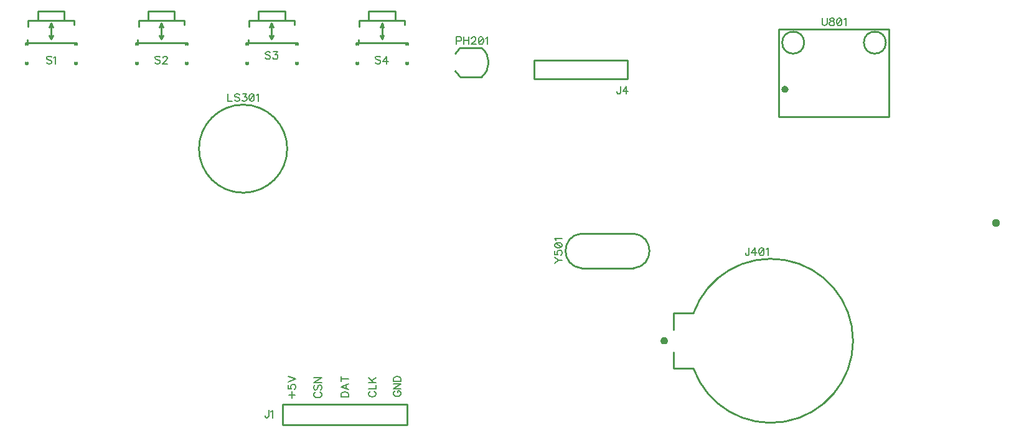
<source format=gbr>
G04 DipTrace 5.1.0.1*
G04 Âåðõíºìàðêóâàííÿ.gbr*
%MOMM*%
G04 #@! TF.FileFunction,Legend,Top*
G04 #@! TF.Part,Single*
%ADD10C,0.254*%
%ADD15C,1.11113*%
%ADD107C,0.15686*%
%FSLAX35Y35*%
G04*
G71*
G90*
G75*
G01*
G04 TopSilk*
%LPD*%
X6151757Y1486670D2*
D10*
Y1206670D1*
X7841757D1*
Y1486670D1*
X6151757D1*
X10838540Y5921245D2*
Y6175252D1*
X9568427D1*
Y5921245D1*
X10838540D1*
G36*
X11289360Y2351455D2*
X11289788Y2357983D1*
X11291064Y2364400D1*
X11293167Y2370595D1*
X11296061Y2376462D1*
X11299695Y2381902D1*
X11304009Y2386821D1*
X11308928Y2391135D1*
X11314367Y2394769D1*
X11320235Y2397663D1*
X11326430Y2399766D1*
X11332847Y2401042D1*
X11339375Y2401470D1*
X11345903Y2401042D1*
X11352320Y2399766D1*
X11358515Y2397663D1*
X11364383Y2394769D1*
X11369822Y2391135D1*
X11374741Y2386821D1*
X11379055Y2381902D1*
X11382689Y2376462D1*
X11385583Y2370595D1*
X11387686Y2364400D1*
X11388962Y2357983D1*
X11389390Y2351455D1*
Y2351318D1*
X11388962Y2344790D1*
X11387686Y2338373D1*
X11385583Y2332178D1*
X11382689Y2326311D1*
X11379055Y2320871D1*
X11374741Y2315952D1*
X11369822Y2311639D1*
X11364382Y2308004D1*
X11358515Y2305110D1*
X11352320Y2303008D1*
X11345903Y2301731D1*
X11339375Y2301303D1*
X11332847Y2301731D1*
X11326430Y2303008D1*
X11320235Y2305110D1*
X11314368Y2308004D1*
X11308928Y2311639D1*
X11304009Y2315952D1*
X11299695Y2320871D1*
X11296061Y2326311D1*
X11293167Y2332178D1*
X11291064Y2338373D1*
X11289788Y2344790D1*
X11289360Y2351318D1*
Y2351455D1*
G37*
X11467950Y2725223D2*
D10*
X11736880D1*
X11467950Y1975317D2*
X11727977D1*
X11467950Y2725223D2*
Y2503203D1*
X11736880Y2725223D2*
G02X11736880Y1975317I1053172J-374953D01*
G01*
X11467950D2*
Y2197337D1*
X5012120Y4968750D2*
G02X5012120Y4968750I600000J0D01*
G01*
X8566213Y6344393D2*
X8856237D1*
X8566213Y5944393D2*
X8856237D1*
G03X8856237Y6344393I-163035J200000D01*
G01*
X8566213D2*
G03X8501233Y6264393I195020J-224795D01*
G01*
Y6024393D2*
G03X8566213Y5944393I260000J144795D01*
G01*
X3349977Y6127500D2*
Y6152527D1*
Y6387473D2*
Y6412500D1*
Y6127500D2*
X3324983D1*
Y6152527D1*
X2689977Y6712513D2*
X3310023D1*
X2650023Y6127500D2*
Y6152527D1*
Y6127500D2*
X2675017D1*
Y6152527D1*
X2650023Y6387473D2*
Y6412500D1*
X3310023Y6712513D2*
Y6660033D1*
X2680033Y6452467D2*
Y6412500D1*
X3310023D2*
X3349977D1*
X2650023D2*
X2689977D1*
Y6630003D2*
Y6712513D1*
X2675017Y6387473D2*
Y6407493D1*
X3324983Y6387473D2*
Y6407493D1*
X2689977Y6412500D2*
X3310023D1*
X2820040Y6842500D2*
X3179960D1*
Y6712513D1*
X2820040Y6837497D2*
Y6712513D1*
X3000000Y6664967D2*
Y6469987D1*
Y6464980D2*
X2975007Y6515030D1*
X3000000Y6464980D2*
X3024993Y6515030D1*
X3000000Y6679980D2*
X2975007Y6624997D1*
X3000000Y6679980D2*
X3024993Y6624997D1*
X4849977Y6127500D2*
Y6152527D1*
Y6387473D2*
Y6412500D1*
Y6127500D2*
X4824983D1*
Y6152527D1*
X4189977Y6712513D2*
X4810023D1*
X4150023Y6127500D2*
Y6152527D1*
Y6127500D2*
X4175017D1*
Y6152527D1*
X4150023Y6387473D2*
Y6412500D1*
X4810023Y6712513D2*
Y6660033D1*
X4180033Y6452467D2*
Y6412500D1*
X4810023D2*
X4849977D1*
X4150023D2*
X4189977D1*
Y6630003D2*
Y6712513D1*
X4175017Y6387473D2*
Y6407493D1*
X4824983Y6387473D2*
Y6407493D1*
X4189977Y6412500D2*
X4810023D1*
X4320040Y6842500D2*
X4679960D1*
Y6712513D1*
X4320040Y6837497D2*
Y6712513D1*
X4500000Y6664967D2*
Y6469987D1*
Y6464980D2*
X4475007Y6515030D1*
X4500000Y6464980D2*
X4524993Y6515030D1*
X4500000Y6679980D2*
X4475007Y6624997D1*
X4500000Y6679980D2*
X4524993Y6624997D1*
X6349977Y6127500D2*
Y6152527D1*
Y6387473D2*
Y6412500D1*
Y6127500D2*
X6324983D1*
Y6152527D1*
X5689977Y6712513D2*
X6310023D1*
X5650023Y6127500D2*
Y6152527D1*
Y6127500D2*
X5675017D1*
Y6152527D1*
X5650023Y6387473D2*
Y6412500D1*
X6310023Y6712513D2*
Y6660033D1*
X5680033Y6452467D2*
Y6412500D1*
X6310023D2*
X6349977D1*
X5650023D2*
X5689977D1*
Y6630003D2*
Y6712513D1*
X5675017Y6387473D2*
Y6407493D1*
X6324983Y6387473D2*
Y6407493D1*
X5689977Y6412500D2*
X6310023D1*
X5820040Y6842500D2*
X6179960D1*
Y6712513D1*
X5820040Y6837497D2*
Y6712513D1*
X6000000Y6664967D2*
Y6469987D1*
Y6464980D2*
X5975007Y6515030D1*
X6000000Y6464980D2*
X6024993Y6515030D1*
X6000000Y6679980D2*
X5975007Y6624997D1*
X6000000Y6679980D2*
X6024993Y6624997D1*
X7849977Y6127500D2*
Y6152527D1*
Y6387473D2*
Y6412500D1*
Y6127500D2*
X7824983D1*
Y6152527D1*
X7189977Y6712513D2*
X7810023D1*
X7150023Y6127500D2*
Y6152527D1*
Y6127500D2*
X7175017D1*
Y6152527D1*
X7150023Y6387473D2*
Y6412500D1*
X7810023Y6712513D2*
Y6660033D1*
X7180033Y6452467D2*
Y6412500D1*
X7810023D2*
X7849977D1*
X7150023D2*
X7189977D1*
Y6630003D2*
Y6712513D1*
X7175017Y6387473D2*
Y6407493D1*
X7824983Y6387473D2*
Y6407493D1*
X7189977Y6412500D2*
X7810023D1*
X7320040Y6842500D2*
X7679960D1*
Y6712513D1*
X7320040Y6837497D2*
Y6712513D1*
X7500000Y6664967D2*
Y6469987D1*
Y6464980D2*
X7475007Y6515030D1*
X7500000Y6464980D2*
X7524993Y6515030D1*
X7500000Y6679980D2*
X7475007Y6624997D1*
X7500000Y6679980D2*
X7524993Y6624997D1*
X14398358Y5401468D2*
Y6601468D1*
X12898358D1*
Y5401468D1*
X14398358D1*
X14054708Y6414988D2*
G02X14054708Y6414988I150000J0D01*
G01*
X12943508D2*
G02X12943508Y6414988I150000J0D01*
G01*
G36*
X13029158Y5779138D2*
X13028752Y5772932D1*
X13027538Y5766831D1*
X13025539Y5760942D1*
X13022788Y5755363D1*
X13019332Y5750192D1*
X13015231Y5745515D1*
X13010555Y5741414D1*
X13005383Y5737959D1*
X12999805Y5735208D1*
X12993915Y5733209D1*
X12987815Y5731995D1*
X12981608Y5731588D1*
X12975402Y5731995D1*
X12969301Y5733209D1*
X12963412Y5735208D1*
X12957833Y5737959D1*
X12952662Y5741414D1*
X12947985Y5745515D1*
X12943884Y5750192D1*
X12940429Y5755363D1*
X12937678Y5760942D1*
X12935679Y5766831D1*
X12934465Y5772932D1*
X12934058Y5779138D1*
Y5779318D1*
X12934465Y5785525D1*
X12935679Y5791625D1*
X12937678Y5797515D1*
X12940429Y5803093D1*
X12943884Y5808265D1*
X12947985Y5812941D1*
X12952662Y5817042D1*
X12957833Y5820498D1*
X12963412Y5823249D1*
X12969301Y5825248D1*
X12975402Y5826462D1*
X12981608Y5826868D1*
X12987815Y5826462D1*
X12993915Y5825248D1*
X12999805Y5823249D1*
X13005383Y5820498D1*
X13010555Y5817042D1*
X13015231Y5812941D1*
X13019332Y5808265D1*
X13022788Y5803093D1*
X13025539Y5797515D1*
X13027538Y5791625D1*
X13028752Y5785525D1*
X13029158Y5779318D1*
Y5779138D1*
G37*
X10923357Y3811717D2*
D10*
X10213863D1*
X10923357Y3339917D2*
X10213863D1*
X10923357D2*
G03X10923357Y3811717I-20868J235900D01*
G01*
X10213863D2*
G03X10213863Y3339917I20868J-235900D01*
G01*
D15*
X15849503Y3960377D3*
X5959062Y1403833D2*
D107*
Y1326116D1*
X5954233Y1311516D1*
X5949292Y1306687D1*
X5939633Y1301746D1*
X5929862D1*
X5920204Y1306687D1*
X5915375Y1311516D1*
X5910433Y1326116D1*
Y1335775D1*
X5990435Y1384292D2*
X6000206Y1389233D1*
X6014806Y1403721D1*
Y1301746D1*
X6232573Y1613979D2*
X6320061D1*
X6276373Y1570291D2*
Y1657779D1*
X6225329Y1747439D2*
Y1698922D1*
X6269017Y1694093D1*
X6264188Y1698922D1*
X6259246Y1713522D1*
Y1728010D1*
X6264188Y1742610D1*
X6273846Y1752381D1*
X6288446Y1757210D1*
X6298105D1*
X6312705Y1752381D1*
X6322476Y1742610D1*
X6327305Y1728010D1*
Y1713522D1*
X6322476Y1698922D1*
X6317534Y1694093D1*
X6307876Y1689151D1*
X6225217Y1788582D2*
X6327305Y1827441D1*
X6225217Y1866299D1*
X6600777Y1649558D2*
X6591118Y1644729D1*
X6581347Y1634958D1*
X6576518Y1625300D1*
Y1605870D1*
X6581347Y1596100D1*
X6591118Y1586441D1*
X6600777Y1581500D1*
X6615377Y1576670D1*
X6639747D1*
X6654235Y1581500D1*
X6664006Y1586441D1*
X6673664Y1596100D1*
X6678606Y1605870D1*
Y1625300D1*
X6673664Y1634958D1*
X6664006Y1644729D1*
X6654235Y1649558D1*
X6591118Y1748989D2*
X6581347Y1739331D1*
X6576518Y1724731D1*
Y1705301D1*
X6581347Y1690701D1*
X6591118Y1680931D1*
X6600777D1*
X6610547Y1685872D1*
X6615377Y1690701D1*
X6620206Y1700360D1*
X6629977Y1729560D1*
X6634806Y1739331D1*
X6639747Y1744160D1*
X6649406Y1748989D1*
X6664006D1*
X6673664Y1739331D1*
X6678606Y1724731D1*
Y1705301D1*
X6673664Y1690701D1*
X6664006Y1680931D1*
X6576518Y1848420D2*
X6678606D1*
X6576518Y1780362D1*
X6678606D1*
X6944114Y1585076D2*
X7046202D1*
Y1619105D1*
X7041260Y1633705D1*
X7031602Y1643476D1*
X7021831Y1648305D1*
X7007343Y1653134D1*
X6982972D1*
X6968372Y1648305D1*
X6958714Y1643476D1*
X6948943Y1633705D1*
X6944114Y1619105D1*
Y1585076D1*
X7046202Y1762336D2*
X6944114Y1723365D1*
X7046202Y1684507D1*
X7012172Y1699107D2*
Y1747736D1*
X6944114Y1827738D2*
X7046202D1*
X6944114Y1793708D2*
Y1861767D1*
X7342016Y1660320D2*
X7332358Y1655491D1*
X7322587Y1645720D1*
X7317758Y1636062D1*
Y1616633D1*
X7322587Y1606862D1*
X7332358Y1597204D1*
X7342016Y1592262D1*
X7356616Y1587433D1*
X7380987D1*
X7395475Y1592262D1*
X7405245Y1597204D1*
X7414904Y1606862D1*
X7419845Y1616633D1*
Y1636062D1*
X7414904Y1645720D1*
X7405245Y1655491D1*
X7395475Y1660320D1*
X7317758Y1691693D2*
X7419845D1*
Y1749981D1*
X7317758Y1781353D2*
X7419845D1*
X7317758Y1849412D2*
X7385816Y1781353D1*
X7361445Y1805612D2*
X7419845Y1849412D1*
X7680277Y1666311D2*
X7670618Y1661482D1*
X7660847Y1651711D1*
X7656018Y1642053D1*
Y1622623D1*
X7660847Y1612853D1*
X7670618Y1603194D1*
X7680277Y1598253D1*
X7694877Y1593423D1*
X7719247D1*
X7733735Y1598253D1*
X7743506Y1603194D1*
X7753164Y1612853D1*
X7758106Y1622623D1*
Y1642053D1*
X7753164Y1651711D1*
X7743506Y1661482D1*
X7733735Y1666311D1*
X7719247D1*
Y1642053D1*
X7656018Y1765742D2*
X7758106D1*
X7656018Y1697684D1*
X7758106D1*
X7656018Y1797115D2*
X7758106D1*
Y1831144D1*
X7753164Y1845744D1*
X7743506Y1855515D1*
X7733735Y1860344D1*
X7719247Y1865173D1*
X7694877D1*
X7680277Y1860344D1*
X7670618Y1855515D1*
X7660847Y1845744D1*
X7656018Y1831144D1*
Y1797115D1*
X10747168Y5816041D2*
Y5738324D1*
X10742339Y5723724D1*
X10737397Y5718895D1*
X10727739Y5713953D1*
X10717968D1*
X10708309Y5718895D1*
X10703480Y5723724D1*
X10698539Y5738324D1*
Y5747982D1*
X10827170Y5713953D2*
Y5815929D1*
X10778540Y5747982D1*
X10851428D1*
X12493267Y3616987D2*
Y3539270D1*
X12488438Y3524670D1*
X12483497Y3519841D1*
X12473838Y3514899D1*
X12464067D1*
X12454409Y3519841D1*
X12449580Y3524670D1*
X12444638Y3539270D1*
Y3548928D1*
X12573269Y3514899D2*
Y3616875D1*
X12524640Y3548928D1*
X12597528D1*
X12658100Y3616875D2*
X12643500Y3612045D1*
X12633729Y3597445D1*
X12628900Y3573187D1*
Y3558587D1*
X12633729Y3534328D1*
X12643500Y3519728D1*
X12658100Y3514899D1*
X12667759D1*
X12682359Y3519728D1*
X12692017Y3534328D1*
X12696959Y3558587D1*
Y3573187D1*
X12692017Y3597445D1*
X12682359Y3612045D1*
X12667759Y3616875D1*
X12658100D1*
X12692017Y3597445D2*
X12633729Y3534328D1*
X12728331Y3597445D2*
X12738102Y3602387D1*
X12752702Y3616875D1*
Y3514899D1*
X5405958Y5717539D2*
Y5615452D1*
X5464246D1*
X5563677Y5702939D2*
X5554018Y5712710D1*
X5539418Y5717539D1*
X5519989D1*
X5505389Y5712710D1*
X5495618Y5702939D1*
Y5693281D1*
X5500560Y5683510D1*
X5505389Y5678681D1*
X5515047Y5673852D1*
X5544247Y5664081D1*
X5554018Y5659252D1*
X5558847Y5654310D1*
X5563677Y5644652D1*
Y5630052D1*
X5554018Y5620393D1*
X5539418Y5615452D1*
X5519989D1*
X5505389Y5620393D1*
X5495618Y5630052D1*
X5604820Y5717427D2*
X5658166D1*
X5629078Y5678569D1*
X5643678D1*
X5653337Y5673739D1*
X5658166Y5668910D1*
X5663108Y5654310D1*
Y5644652D1*
X5658166Y5630052D1*
X5648508Y5620281D1*
X5633908Y5615452D1*
X5619308D1*
X5604820Y5620281D1*
X5599991Y5625222D1*
X5595049Y5634881D1*
X5723680Y5717427D2*
X5709080Y5712598D1*
X5699309Y5697998D1*
X5694480Y5673739D1*
Y5659139D1*
X5699309Y5634881D1*
X5709080Y5620281D1*
X5723680Y5615452D1*
X5733339D1*
X5747939Y5620281D1*
X5757597Y5634881D1*
X5762539Y5659139D1*
Y5673739D1*
X5757597Y5697998D1*
X5747939Y5712598D1*
X5733339Y5717427D1*
X5723680D1*
X5757597Y5697998D2*
X5699309Y5634881D1*
X5793911Y5697998D2*
X5803682Y5702939D1*
X5818282Y5717427D1*
Y5615452D1*
X8515186Y6439724D2*
X8558986D1*
X8573474Y6444553D1*
X8578415Y6449495D1*
X8583244Y6459153D1*
Y6473753D1*
X8578415Y6483412D1*
X8573474Y6488353D1*
X8558986Y6493183D1*
X8515186D1*
Y6391095D1*
X8614617Y6493183D2*
Y6391095D1*
X8682675Y6493183D2*
Y6391095D1*
X8614617Y6444553D2*
X8682675D1*
X8718989Y6468812D2*
Y6473641D1*
X8723819Y6483412D1*
X8728648Y6488241D1*
X8738419Y6493070D1*
X8757848D1*
X8767506Y6488241D1*
X8772336Y6483412D1*
X8777277Y6473641D1*
Y6463983D1*
X8772336Y6454212D1*
X8762677Y6439724D1*
X8714048Y6391095D1*
X8782106D1*
X8842679Y6493070D2*
X8828079Y6488241D1*
X8818308Y6473641D1*
X8813479Y6449383D1*
Y6434783D1*
X8818308Y6410524D1*
X8828079Y6395924D1*
X8842679Y6391095D1*
X8852337D1*
X8866937Y6395924D1*
X8876596Y6410524D1*
X8881537Y6434783D1*
Y6449383D1*
X8876596Y6473641D1*
X8866937Y6488241D1*
X8852337Y6493070D1*
X8842679D1*
X8876596Y6473641D2*
X8818308Y6410524D1*
X8912910Y6473641D2*
X8922681Y6478583D1*
X8937281Y6493070D1*
Y6391095D1*
X3006158Y6214689D2*
X2996499Y6224460D1*
X2981899Y6229289D1*
X2962470D1*
X2947870Y6224460D1*
X2938099Y6214689D1*
Y6205031D1*
X2943041Y6195260D1*
X2947870Y6190431D1*
X2957528Y6185602D1*
X2986728Y6175831D1*
X2996499Y6171002D1*
X3001328Y6166060D1*
X3006158Y6156402D1*
Y6141802D1*
X2996499Y6132143D1*
X2981899Y6127202D1*
X2962470D1*
X2947870Y6132143D1*
X2938099Y6141802D1*
X3037530Y6209748D2*
X3047301Y6214689D1*
X3061901Y6229177D1*
Y6127202D1*
X4484314Y6214689D2*
X4474655Y6224460D1*
X4460055Y6229289D1*
X4440626D1*
X4426026Y6224460D1*
X4416255Y6214689D1*
Y6205031D1*
X4421197Y6195260D1*
X4426026Y6190431D1*
X4435684Y6185602D1*
X4464884Y6175831D1*
X4474655Y6171002D1*
X4479484Y6166060D1*
X4484314Y6156402D1*
Y6141802D1*
X4474655Y6132143D1*
X4460055Y6127202D1*
X4440626D1*
X4426026Y6132143D1*
X4416255Y6141802D1*
X4520628Y6204919D2*
Y6209748D1*
X4525457Y6219519D1*
X4530286Y6224348D1*
X4540057Y6229177D1*
X4559486D1*
X4569145Y6224348D1*
X4573974Y6219519D1*
X4578916Y6209748D1*
Y6200089D1*
X4573974Y6190319D1*
X4564316Y6175831D1*
X4515686Y6127202D1*
X4583745D1*
X5984314Y6278189D2*
X5974655Y6287960D1*
X5960055Y6292789D1*
X5940626D1*
X5926026Y6287960D1*
X5916255Y6278189D1*
Y6268531D1*
X5921197Y6258760D1*
X5926026Y6253931D1*
X5935684Y6249102D1*
X5964884Y6239331D1*
X5974655Y6234502D1*
X5979484Y6229560D1*
X5984314Y6219902D1*
Y6205302D1*
X5974655Y6195643D1*
X5960055Y6190702D1*
X5940626D1*
X5926026Y6195643D1*
X5916255Y6205302D1*
X6025457Y6292677D2*
X6078803D1*
X6049716Y6253819D1*
X6064316D1*
X6073974Y6248989D1*
X6078803Y6244160D1*
X6083745Y6229560D1*
Y6219902D1*
X6078803Y6205302D1*
X6069145Y6195531D1*
X6054545Y6190702D1*
X6039945D1*
X6025457Y6195531D1*
X6020628Y6200472D1*
X6015686Y6210131D1*
X7481899Y6214689D2*
X7472241Y6224460D1*
X7457641Y6229289D1*
X7438211D1*
X7423611Y6224460D1*
X7413841Y6214689D1*
Y6205031D1*
X7418782Y6195260D1*
X7423611Y6190431D1*
X7433270Y6185602D1*
X7462470Y6175831D1*
X7472241Y6171002D1*
X7477070Y6166060D1*
X7481899Y6156402D1*
Y6141802D1*
X7472241Y6132143D1*
X7457641Y6127202D1*
X7438211D1*
X7423611Y6132143D1*
X7413841Y6141802D1*
X7561901Y6127202D2*
Y6229177D1*
X7513272Y6161231D1*
X7586159D1*
X13487083Y6750258D2*
Y6677370D1*
X13491912Y6662770D1*
X13501683Y6653111D1*
X13516283Y6648170D1*
X13525941D1*
X13540541Y6653111D1*
X13550312Y6662770D1*
X13555141Y6677370D1*
Y6750258D1*
X13610772Y6750145D2*
X13596284Y6745316D1*
X13591343Y6735658D1*
Y6725887D1*
X13596284Y6716228D1*
X13605943Y6711287D1*
X13625372Y6706458D1*
X13639972Y6701628D1*
X13649631Y6691858D1*
X13654460Y6682199D1*
Y6667599D1*
X13649631Y6657941D1*
X13644801Y6652999D1*
X13630201Y6648170D1*
X13610772D1*
X13596284Y6652999D1*
X13591343Y6657941D1*
X13586514Y6667599D1*
Y6682199D1*
X13591343Y6691858D1*
X13601114Y6701628D1*
X13615601Y6706458D1*
X13635031Y6711287D1*
X13644801Y6716228D1*
X13649631Y6725887D1*
Y6735658D1*
X13644801Y6745316D1*
X13630201Y6750145D1*
X13610772D1*
X13715032D2*
X13700432Y6745316D1*
X13690662Y6730716D1*
X13685832Y6706458D1*
Y6691858D1*
X13690662Y6667599D1*
X13700432Y6652999D1*
X13715032Y6648170D1*
X13724691D1*
X13739291Y6652999D1*
X13748949Y6667599D1*
X13753891Y6691858D1*
Y6706458D1*
X13748949Y6730716D1*
X13739291Y6745316D1*
X13724691Y6750145D1*
X13715032D1*
X13748949Y6730716D2*
X13690662Y6667599D1*
X13785263Y6730716D2*
X13795034Y6735658D1*
X13809634Y6750145D1*
Y6648170D1*
X9849121Y3409656D2*
X9897750Y3448514D1*
X9951208D1*
X9849121Y3487372D2*
X9897750Y3448514D1*
X9849233Y3577033D2*
Y3528516D1*
X9892921Y3523687D1*
X9888091Y3528516D1*
X9883150Y3543116D1*
Y3557603D1*
X9888091Y3572203D1*
X9897750Y3581974D1*
X9912350Y3586803D1*
X9922008D1*
X9936608Y3581974D1*
X9946379Y3572203D1*
X9951208Y3557603D1*
Y3543116D1*
X9946379Y3528516D1*
X9941438Y3523687D1*
X9931779Y3518745D1*
X9849233Y3647376D2*
X9854062Y3632776D1*
X9868662Y3623005D1*
X9892921Y3618176D1*
X9907521D1*
X9931779Y3623005D1*
X9946379Y3632776D1*
X9951208Y3647376D1*
Y3657034D1*
X9946379Y3671634D1*
X9931779Y3681293D1*
X9907521Y3686234D1*
X9892921D1*
X9868662Y3681293D1*
X9854062Y3671634D1*
X9849233Y3657034D1*
Y3647376D1*
X9868662Y3681293D2*
X9931779Y3623005D1*
X9868662Y3717607D2*
X9863721Y3727378D1*
X9849233Y3741978D1*
X9951208D1*
M02*

</source>
